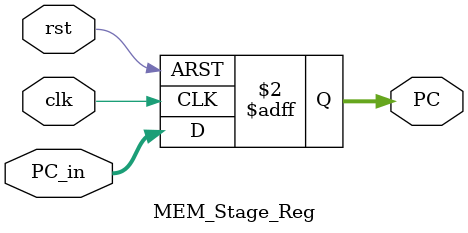
<source format=v>
`timescale 1ns/1ns

module MEM_Stage_Reg
(
    input clk, rst,
    input [31:0] PC_in,
    output reg [31:0] PC
);

always @(posedge rst, posedge clk) begin
  if (rst)
    PC <= 32'b0;
  else
    PC <= PC_in;  
end
    
endmodule
</source>
